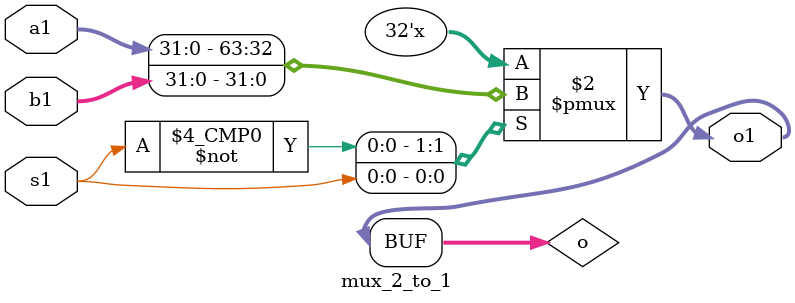
<source format=v>
`timescale 1ns / 1ps
module mux_2_to_1(
    input [31:0] a1,
    input [31:0] b1,
    input s1,
    output [31:0] o1
    );
	 
reg [31:0] o;	 
	 
assign o1=o;

always @(a1,b1,s1)
begin
	case(s1)
	0:     o<=a1;
	1:     o<=b1;
	default:o<=32'hxxxxxxxx;
	endcase
end

endmodule










</source>
